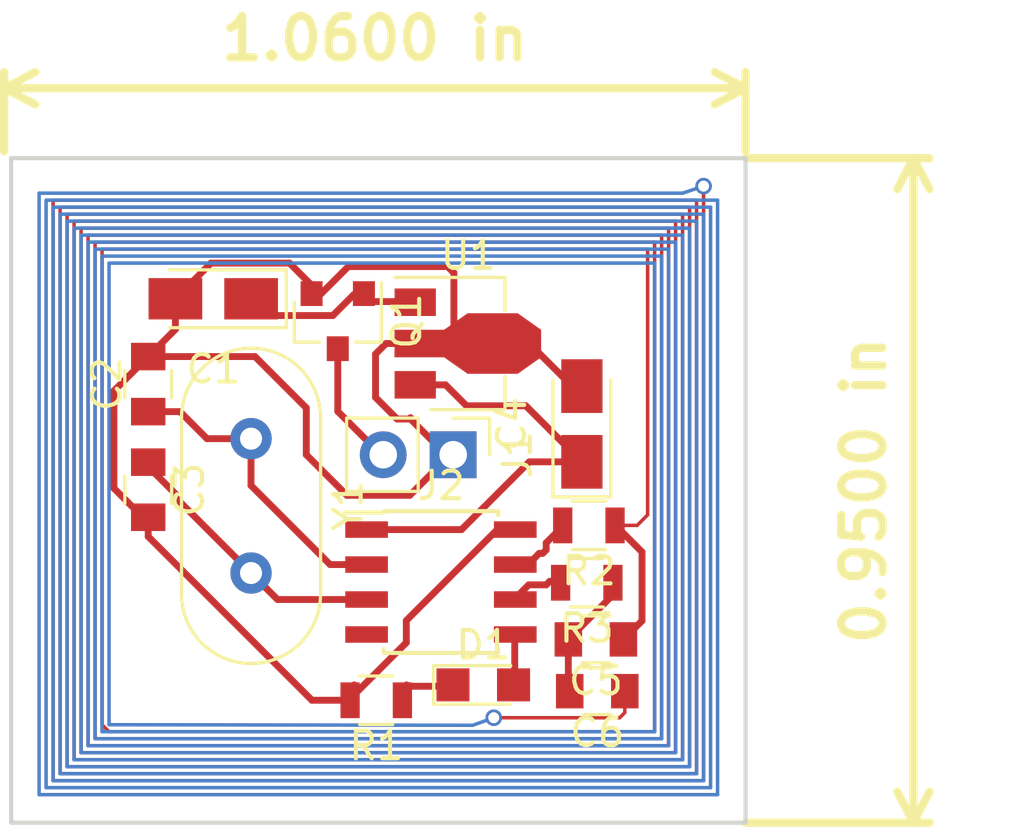
<source format=kicad_pcb>
(kicad_pcb (version 4) (host pcbnew 4.0.7)

  (general
    (links 28)
    (no_connects 3)
    (area 95.174999 95.936999 121.995001 120.217001)
    (thickness 1.6)
    (drawings 6)
    (tracks 219)
    (zones 0)
    (modules 15)
    (nets 13)
  )

  (page A4)
  (layers
    (0 F.Cu signal)
    (31 B.Cu signal)
    (32 B.Adhes user)
    (33 F.Adhes user)
    (34 B.Paste user)
    (35 F.Paste user)
    (36 B.SilkS user)
    (37 F.SilkS user)
    (38 B.Mask user)
    (39 F.Mask user)
    (40 Dwgs.User user)
    (41 Cmts.User user)
    (42 Eco1.User user)
    (43 Eco2.User user)
    (44 Edge.Cuts user)
    (45 Margin user)
    (46 B.CrtYd user)
    (47 F.CrtYd user)
    (48 B.Fab user)
    (49 F.Fab user)
  )

  (setup
    (last_trace_width 0.25)
    (trace_clearance 0.2)
    (zone_clearance 0.508)
    (zone_45_only no)
    (trace_min 0.127)
    (segment_width 0.2)
    (edge_width 0.15)
    (via_size 0.6)
    (via_drill 0.4)
    (via_min_size 0.4)
    (via_min_drill 0.3)
    (uvia_size 0.3)
    (uvia_drill 0.1)
    (uvias_allowed no)
    (uvia_min_size 0.2)
    (uvia_min_drill 0.1)
    (pcb_text_width 0.3)
    (pcb_text_size 1.5 1.5)
    (mod_edge_width 0.15)
    (mod_text_size 1 1)
    (mod_text_width 0.15)
    (pad_size 1.524 1.524)
    (pad_drill 0.762)
    (pad_to_mask_clearance 0.2)
    (aux_axis_origin 0 0)
    (visible_elements FFFFFFDF)
    (pcbplotparams
      (layerselection 0x00030_80000001)
      (usegerberextensions false)
      (excludeedgelayer true)
      (linewidth 0.100000)
      (plotframeref false)
      (viasonmask false)
      (mode 1)
      (useauxorigin false)
      (hpglpennumber 1)
      (hpglpenspeed 20)
      (hpglpendiameter 15)
      (hpglpenoverlay 2)
      (psnegative false)
      (psa4output false)
      (plotreference true)
      (plotvalue true)
      (plotinvisibletext false)
      (padsonsilk false)
      (subtractmaskfromsilk false)
      (outputformat 1)
      (mirror false)
      (drillshape 1)
      (scaleselection 1)
      (outputdirectory ""))
  )

  (net 0 "")
  (net 1 "Net-(C1-Pad1)")
  (net 2 GND)
  (net 3 "Net-(C2-Pad1)")
  (net 4 "Net-(C3-Pad1)")
  (net 5 "Net-(C4-Pad1)")
  (net 6 "Net-(C5-Pad1)")
  (net 7 "Net-(C5-Pad2)")
  (net 8 "Net-(D1-Pad2)")
  (net 9 "Net-(D1-Pad1)")
  (net 10 "Net-(J1-Pad2)")
  (net 11 "Net-(J2-Pad6)")
  (net 12 "Net-(J2-Pad7)")

  (net_class Default "This is the default net class."
    (clearance 0.2)
    (trace_width 0.25)
    (via_dia 0.6)
    (via_drill 0.4)
    (uvia_dia 0.3)
    (uvia_drill 0.1)
    (add_net GND)
    (add_net "Net-(C1-Pad1)")
    (add_net "Net-(C2-Pad1)")
    (add_net "Net-(C3-Pad1)")
    (add_net "Net-(C4-Pad1)")
    (add_net "Net-(C5-Pad2)")
    (add_net "Net-(D1-Pad1)")
    (add_net "Net-(D1-Pad2)")
    (add_net "Net-(J1-Pad2)")
    (add_net "Net-(J2-Pad6)")
    (add_net "Net-(J2-Pad7)")
  )

  (net_class "antenna loop" ""
    (clearance 0.127)
    (trace_width 0.127)
    (via_dia 0.6)
    (via_drill 0.4)
    (uvia_dia 0.3)
    (uvia_drill 0.1)
    (add_net "Net-(C5-Pad1)")
  )

  (module Capacitors_Tantalum_SMD:CP_Tantalum_Case-A_EIA-3216-18_Reflow (layer F.Cu) (tedit 58CC8C08) (tstamp 5B0B776B)
    (at 102.5906 101.1174 180)
    (descr "Tantalum capacitor, Case A, EIA 3216-18, 3.2x1.6x1.6mm, Reflow soldering footprint")
    (tags "capacitor tantalum smd")
    (path /5B080116)
    (attr smd)
    (fp_text reference C1 (at 0 -2.55 180) (layer F.SilkS)
      (effects (font (size 1 1) (thickness 0.15)))
    )
    (fp_text value CP (at 0 2.55 180) (layer F.Fab)
      (effects (font (size 1 1) (thickness 0.15)))
    )
    (fp_text user %R (at 0 0 180) (layer F.Fab)
      (effects (font (size 0.7 0.7) (thickness 0.105)))
    )
    (fp_line (start -2.75 -1.2) (end -2.75 1.2) (layer F.CrtYd) (width 0.05))
    (fp_line (start -2.75 1.2) (end 2.75 1.2) (layer F.CrtYd) (width 0.05))
    (fp_line (start 2.75 1.2) (end 2.75 -1.2) (layer F.CrtYd) (width 0.05))
    (fp_line (start 2.75 -1.2) (end -2.75 -1.2) (layer F.CrtYd) (width 0.05))
    (fp_line (start -1.6 -0.8) (end -1.6 0.8) (layer F.Fab) (width 0.1))
    (fp_line (start -1.6 0.8) (end 1.6 0.8) (layer F.Fab) (width 0.1))
    (fp_line (start 1.6 0.8) (end 1.6 -0.8) (layer F.Fab) (width 0.1))
    (fp_line (start 1.6 -0.8) (end -1.6 -0.8) (layer F.Fab) (width 0.1))
    (fp_line (start -1.28 -0.8) (end -1.28 0.8) (layer F.Fab) (width 0.1))
    (fp_line (start -1.12 -0.8) (end -1.12 0.8) (layer F.Fab) (width 0.1))
    (fp_line (start -2.65 -1.05) (end 1.6 -1.05) (layer F.SilkS) (width 0.12))
    (fp_line (start -2.65 1.05) (end 1.6 1.05) (layer F.SilkS) (width 0.12))
    (fp_line (start -2.65 -1.05) (end -2.65 1.05) (layer F.SilkS) (width 0.12))
    (pad 1 smd rect (at -1.375 0 180) (size 1.95 1.5) (layers F.Cu F.Paste F.Mask)
      (net 1 "Net-(C1-Pad1)"))
    (pad 2 smd rect (at 1.375 0 180) (size 1.95 1.5) (layers F.Cu F.Paste F.Mask)
      (net 2 GND))
    (model Capacitors_Tantalum_SMD.3dshapes/CP_Tantalum_Case-A_EIA-3216-18.wrl
      (at (xyz 0 0 0))
      (scale (xyz 1 1 1))
      (rotate (xyz 0 0 0))
    )
  )

  (module Capacitors_SMD:C_0805 (layer F.Cu) (tedit 58AA8463) (tstamp 5B0B777C)
    (at 100.2284 104.2162 90)
    (descr "Capacitor SMD 0805, reflow soldering, AVX (see smccp.pdf)")
    (tags "capacitor 0805")
    (path /5B082134)
    (attr smd)
    (fp_text reference C2 (at 0 -1.5 90) (layer F.SilkS)
      (effects (font (size 1 1) (thickness 0.15)))
    )
    (fp_text value C (at 0 1.75 90) (layer F.Fab)
      (effects (font (size 1 1) (thickness 0.15)))
    )
    (fp_text user %R (at 0 -1.5 90) (layer F.Fab)
      (effects (font (size 1 1) (thickness 0.15)))
    )
    (fp_line (start -1 0.62) (end -1 -0.62) (layer F.Fab) (width 0.1))
    (fp_line (start 1 0.62) (end -1 0.62) (layer F.Fab) (width 0.1))
    (fp_line (start 1 -0.62) (end 1 0.62) (layer F.Fab) (width 0.1))
    (fp_line (start -1 -0.62) (end 1 -0.62) (layer F.Fab) (width 0.1))
    (fp_line (start 0.5 -0.85) (end -0.5 -0.85) (layer F.SilkS) (width 0.12))
    (fp_line (start -0.5 0.85) (end 0.5 0.85) (layer F.SilkS) (width 0.12))
    (fp_line (start -1.75 -0.88) (end 1.75 -0.88) (layer F.CrtYd) (width 0.05))
    (fp_line (start -1.75 -0.88) (end -1.75 0.87) (layer F.CrtYd) (width 0.05))
    (fp_line (start 1.75 0.87) (end 1.75 -0.88) (layer F.CrtYd) (width 0.05))
    (fp_line (start 1.75 0.87) (end -1.75 0.87) (layer F.CrtYd) (width 0.05))
    (pad 1 smd rect (at -1 0 90) (size 1 1.25) (layers F.Cu F.Paste F.Mask)
      (net 3 "Net-(C2-Pad1)"))
    (pad 2 smd rect (at 1 0 90) (size 1 1.25) (layers F.Cu F.Paste F.Mask)
      (net 2 GND))
    (model Capacitors_SMD.3dshapes/C_0805.wrl
      (at (xyz 0 0 0))
      (scale (xyz 1 1 1))
      (rotate (xyz 0 0 0))
    )
  )

  (module Capacitors_SMD:C_0805 (layer F.Cu) (tedit 58AA8463) (tstamp 5B0B778D)
    (at 100.2284 108.0516 270)
    (descr "Capacitor SMD 0805, reflow soldering, AVX (see smccp.pdf)")
    (tags "capacitor 0805")
    (path /5B080A91)
    (attr smd)
    (fp_text reference C3 (at 0 -1.5 270) (layer F.SilkS)
      (effects (font (size 1 1) (thickness 0.15)))
    )
    (fp_text value C (at 0 1.75 270) (layer F.Fab)
      (effects (font (size 1 1) (thickness 0.15)))
    )
    (fp_text user %R (at 0 -1.5 270) (layer F.Fab)
      (effects (font (size 1 1) (thickness 0.15)))
    )
    (fp_line (start -1 0.62) (end -1 -0.62) (layer F.Fab) (width 0.1))
    (fp_line (start 1 0.62) (end -1 0.62) (layer F.Fab) (width 0.1))
    (fp_line (start 1 -0.62) (end 1 0.62) (layer F.Fab) (width 0.1))
    (fp_line (start -1 -0.62) (end 1 -0.62) (layer F.Fab) (width 0.1))
    (fp_line (start 0.5 -0.85) (end -0.5 -0.85) (layer F.SilkS) (width 0.12))
    (fp_line (start -0.5 0.85) (end 0.5 0.85) (layer F.SilkS) (width 0.12))
    (fp_line (start -1.75 -0.88) (end 1.75 -0.88) (layer F.CrtYd) (width 0.05))
    (fp_line (start -1.75 -0.88) (end -1.75 0.87) (layer F.CrtYd) (width 0.05))
    (fp_line (start 1.75 0.87) (end 1.75 -0.88) (layer F.CrtYd) (width 0.05))
    (fp_line (start 1.75 0.87) (end -1.75 0.87) (layer F.CrtYd) (width 0.05))
    (pad 1 smd rect (at -1 0 270) (size 1 1.25) (layers F.Cu F.Paste F.Mask)
      (net 4 "Net-(C3-Pad1)"))
    (pad 2 smd rect (at 1 0 270) (size 1 1.25) (layers F.Cu F.Paste F.Mask)
      (net 2 GND))
    (model Capacitors_SMD.3dshapes/C_0805.wrl
      (at (xyz 0 0 0))
      (scale (xyz 1 1 1))
      (rotate (xyz 0 0 0))
    )
  )

  (module Capacitors_Tantalum_SMD:CP_Tantalum_Case-A_EIA-3216-18_Reflow (layer F.Cu) (tedit 58CC8C08) (tstamp 5B0B77A1)
    (at 115.9764 105.664 90)
    (descr "Tantalum capacitor, Case A, EIA 3216-18, 3.2x1.6x1.6mm, Reflow soldering footprint")
    (tags "capacitor tantalum smd")
    (path /5B08005F)
    (attr smd)
    (fp_text reference C4 (at 0 -2.55 90) (layer F.SilkS)
      (effects (font (size 1 1) (thickness 0.15)))
    )
    (fp_text value CP (at 0 2.55 90) (layer F.Fab)
      (effects (font (size 1 1) (thickness 0.15)))
    )
    (fp_text user %R (at 0 0 90) (layer F.Fab)
      (effects (font (size 0.7 0.7) (thickness 0.105)))
    )
    (fp_line (start -2.75 -1.2) (end -2.75 1.2) (layer F.CrtYd) (width 0.05))
    (fp_line (start -2.75 1.2) (end 2.75 1.2) (layer F.CrtYd) (width 0.05))
    (fp_line (start 2.75 1.2) (end 2.75 -1.2) (layer F.CrtYd) (width 0.05))
    (fp_line (start 2.75 -1.2) (end -2.75 -1.2) (layer F.CrtYd) (width 0.05))
    (fp_line (start -1.6 -0.8) (end -1.6 0.8) (layer F.Fab) (width 0.1))
    (fp_line (start -1.6 0.8) (end 1.6 0.8) (layer F.Fab) (width 0.1))
    (fp_line (start 1.6 0.8) (end 1.6 -0.8) (layer F.Fab) (width 0.1))
    (fp_line (start 1.6 -0.8) (end -1.6 -0.8) (layer F.Fab) (width 0.1))
    (fp_line (start -1.28 -0.8) (end -1.28 0.8) (layer F.Fab) (width 0.1))
    (fp_line (start -1.12 -0.8) (end -1.12 0.8) (layer F.Fab) (width 0.1))
    (fp_line (start -2.65 -1.05) (end 1.6 -1.05) (layer F.SilkS) (width 0.12))
    (fp_line (start -2.65 1.05) (end 1.6 1.05) (layer F.SilkS) (width 0.12))
    (fp_line (start -2.65 -1.05) (end -2.65 1.05) (layer F.SilkS) (width 0.12))
    (pad 1 smd rect (at -1.375 0 90) (size 1.95 1.5) (layers F.Cu F.Paste F.Mask)
      (net 5 "Net-(C4-Pad1)"))
    (pad 2 smd rect (at 1.375 0 90) (size 1.95 1.5) (layers F.Cu F.Paste F.Mask)
      (net 2 GND))
    (model Capacitors_Tantalum_SMD.3dshapes/CP_Tantalum_Case-A_EIA-3216-18.wrl
      (at (xyz 0 0 0))
      (scale (xyz 1 1 1))
      (rotate (xyz 0 0 0))
    )
  )

  (module Capacitors_SMD:C_0805 (layer F.Cu) (tedit 58AA8463) (tstamp 5B0B77B2)
    (at 116.4844 113.4872 180)
    (descr "Capacitor SMD 0805, reflow soldering, AVX (see smccp.pdf)")
    (tags "capacitor 0805")
    (path /5B0827CA)
    (attr smd)
    (fp_text reference C5 (at 0 -1.5 180) (layer F.SilkS)
      (effects (font (size 1 1) (thickness 0.15)))
    )
    (fp_text value C (at 0 1.75 180) (layer F.Fab)
      (effects (font (size 1 1) (thickness 0.15)))
    )
    (fp_text user %R (at 0 -1.5 180) (layer F.Fab)
      (effects (font (size 1 1) (thickness 0.15)))
    )
    (fp_line (start -1 0.62) (end -1 -0.62) (layer F.Fab) (width 0.1))
    (fp_line (start 1 0.62) (end -1 0.62) (layer F.Fab) (width 0.1))
    (fp_line (start 1 -0.62) (end 1 0.62) (layer F.Fab) (width 0.1))
    (fp_line (start -1 -0.62) (end 1 -0.62) (layer F.Fab) (width 0.1))
    (fp_line (start 0.5 -0.85) (end -0.5 -0.85) (layer F.SilkS) (width 0.12))
    (fp_line (start -0.5 0.85) (end 0.5 0.85) (layer F.SilkS) (width 0.12))
    (fp_line (start -1.75 -0.88) (end 1.75 -0.88) (layer F.CrtYd) (width 0.05))
    (fp_line (start -1.75 -0.88) (end -1.75 0.87) (layer F.CrtYd) (width 0.05))
    (fp_line (start 1.75 0.87) (end 1.75 -0.88) (layer F.CrtYd) (width 0.05))
    (fp_line (start 1.75 0.87) (end -1.75 0.87) (layer F.CrtYd) (width 0.05))
    (pad 1 smd rect (at -1 0 180) (size 1 1.25) (layers F.Cu F.Paste F.Mask)
      (net 6 "Net-(C5-Pad1)"))
    (pad 2 smd rect (at 1 0 180) (size 1 1.25) (layers F.Cu F.Paste F.Mask)
      (net 7 "Net-(C5-Pad2)"))
    (model Capacitors_SMD.3dshapes/C_0805.wrl
      (at (xyz 0 0 0))
      (scale (xyz 1 1 1))
      (rotate (xyz 0 0 0))
    )
  )

  (module Capacitors_SMD:C_0805 (layer F.Cu) (tedit 58AA8463) (tstamp 5B0B77C3)
    (at 116.5352 115.3668 180)
    (descr "Capacitor SMD 0805, reflow soldering, AVX (see smccp.pdf)")
    (tags "capacitor 0805")
    (path /5B082851)
    (attr smd)
    (fp_text reference C6 (at 0 -1.5 180) (layer F.SilkS)
      (effects (font (size 1 1) (thickness 0.15)))
    )
    (fp_text value C (at 0 1.75 180) (layer F.Fab)
      (effects (font (size 1 1) (thickness 0.15)))
    )
    (fp_text user %R (at 0 -1.5 180) (layer F.Fab)
      (effects (font (size 1 1) (thickness 0.15)))
    )
    (fp_line (start -1 0.62) (end -1 -0.62) (layer F.Fab) (width 0.1))
    (fp_line (start 1 0.62) (end -1 0.62) (layer F.Fab) (width 0.1))
    (fp_line (start 1 -0.62) (end 1 0.62) (layer F.Fab) (width 0.1))
    (fp_line (start -1 -0.62) (end 1 -0.62) (layer F.Fab) (width 0.1))
    (fp_line (start 0.5 -0.85) (end -0.5 -0.85) (layer F.SilkS) (width 0.12))
    (fp_line (start -0.5 0.85) (end 0.5 0.85) (layer F.SilkS) (width 0.12))
    (fp_line (start -1.75 -0.88) (end 1.75 -0.88) (layer F.CrtYd) (width 0.05))
    (fp_line (start -1.75 -0.88) (end -1.75 0.87) (layer F.CrtYd) (width 0.05))
    (fp_line (start 1.75 0.87) (end 1.75 -0.88) (layer F.CrtYd) (width 0.05))
    (fp_line (start 1.75 0.87) (end -1.75 0.87) (layer F.CrtYd) (width 0.05))
    (pad 1 smd rect (at -1 0 180) (size 1 1.25) (layers F.Cu F.Paste F.Mask)
      (net 6 "Net-(C5-Pad1)"))
    (pad 2 smd rect (at 1 0 180) (size 1 1.25) (layers F.Cu F.Paste F.Mask)
      (net 7 "Net-(C5-Pad2)"))
    (model Capacitors_SMD.3dshapes/C_0805.wrl
      (at (xyz 0 0 0))
      (scale (xyz 1 1 1))
      (rotate (xyz 0 0 0))
    )
  )

  (module LEDs:LED_0805 (layer F.Cu) (tedit 59959803) (tstamp 5B0B77D9)
    (at 112.395 115.1382)
    (descr "LED 0805 smd package")
    (tags "LED led 0805 SMD smd SMT smt smdled SMDLED smtled SMTLED")
    (path /5B082330)
    (attr smd)
    (fp_text reference D1 (at 0 -1.45) (layer F.SilkS)
      (effects (font (size 1 1) (thickness 0.15)))
    )
    (fp_text value LED (at 0 1.55) (layer F.Fab)
      (effects (font (size 1 1) (thickness 0.15)))
    )
    (fp_line (start -1.8 -0.7) (end -1.8 0.7) (layer F.SilkS) (width 0.12))
    (fp_line (start -0.4 -0.4) (end -0.4 0.4) (layer F.Fab) (width 0.1))
    (fp_line (start -0.4 0) (end 0.2 -0.4) (layer F.Fab) (width 0.1))
    (fp_line (start 0.2 0.4) (end -0.4 0) (layer F.Fab) (width 0.1))
    (fp_line (start 0.2 -0.4) (end 0.2 0.4) (layer F.Fab) (width 0.1))
    (fp_line (start 1 0.6) (end -1 0.6) (layer F.Fab) (width 0.1))
    (fp_line (start 1 -0.6) (end 1 0.6) (layer F.Fab) (width 0.1))
    (fp_line (start -1 -0.6) (end 1 -0.6) (layer F.Fab) (width 0.1))
    (fp_line (start -1 0.6) (end -1 -0.6) (layer F.Fab) (width 0.1))
    (fp_line (start -1.8 0.7) (end 1 0.7) (layer F.SilkS) (width 0.12))
    (fp_line (start -1.8 -0.7) (end 1 -0.7) (layer F.SilkS) (width 0.12))
    (fp_line (start 1.95 -0.85) (end 1.95 0.85) (layer F.CrtYd) (width 0.05))
    (fp_line (start 1.95 0.85) (end -1.95 0.85) (layer F.CrtYd) (width 0.05))
    (fp_line (start -1.95 0.85) (end -1.95 -0.85) (layer F.CrtYd) (width 0.05))
    (fp_line (start -1.95 -0.85) (end 1.95 -0.85) (layer F.CrtYd) (width 0.05))
    (fp_text user %R (at 0 -1.25) (layer F.Fab)
      (effects (font (size 0.4 0.4) (thickness 0.1)))
    )
    (pad 2 smd rect (at 1.1 0 180) (size 1.2 1.2) (layers F.Cu F.Paste F.Mask)
      (net 8 "Net-(D1-Pad2)"))
    (pad 1 smd rect (at -1.1 0 180) (size 1.2 1.2) (layers F.Cu F.Paste F.Mask)
      (net 9 "Net-(D1-Pad1)"))
    (model ${KISYS3DMOD}/LEDs.3dshapes/LED_0805.wrl
      (at (xyz 0 0 0))
      (scale (xyz 1 1 1))
      (rotate (xyz 0 0 180))
    )
  )

  (module Pin_Headers:Pin_Header_Straight_1x02_Pitch2.54mm (layer F.Cu) (tedit 59650532) (tstamp 5B0B77EF)
    (at 111.3028 106.7816 270)
    (descr "Through hole straight pin header, 1x02, 2.54mm pitch, single row")
    (tags "Through hole pin header THT 1x02 2.54mm single row")
    (path /5B0803A7)
    (fp_text reference J1 (at 0 -2.33 270) (layer F.SilkS)
      (effects (font (size 1 1) (thickness 0.15)))
    )
    (fp_text value Conn_01x02 (at 0 4.87 270) (layer F.Fab)
      (effects (font (size 1 1) (thickness 0.15)))
    )
    (fp_line (start -0.635 -1.27) (end 1.27 -1.27) (layer F.Fab) (width 0.1))
    (fp_line (start 1.27 -1.27) (end 1.27 3.81) (layer F.Fab) (width 0.1))
    (fp_line (start 1.27 3.81) (end -1.27 3.81) (layer F.Fab) (width 0.1))
    (fp_line (start -1.27 3.81) (end -1.27 -0.635) (layer F.Fab) (width 0.1))
    (fp_line (start -1.27 -0.635) (end -0.635 -1.27) (layer F.Fab) (width 0.1))
    (fp_line (start -1.33 3.87) (end 1.33 3.87) (layer F.SilkS) (width 0.12))
    (fp_line (start -1.33 1.27) (end -1.33 3.87) (layer F.SilkS) (width 0.12))
    (fp_line (start 1.33 1.27) (end 1.33 3.87) (layer F.SilkS) (width 0.12))
    (fp_line (start -1.33 1.27) (end 1.33 1.27) (layer F.SilkS) (width 0.12))
    (fp_line (start -1.33 0) (end -1.33 -1.33) (layer F.SilkS) (width 0.12))
    (fp_line (start -1.33 -1.33) (end 0 -1.33) (layer F.SilkS) (width 0.12))
    (fp_line (start -1.8 -1.8) (end -1.8 4.35) (layer F.CrtYd) (width 0.05))
    (fp_line (start -1.8 4.35) (end 1.8 4.35) (layer F.CrtYd) (width 0.05))
    (fp_line (start 1.8 4.35) (end 1.8 -1.8) (layer F.CrtYd) (width 0.05))
    (fp_line (start 1.8 -1.8) (end -1.8 -1.8) (layer F.CrtYd) (width 0.05))
    (fp_text user %R (at 0 1.27 360) (layer F.Fab)
      (effects (font (size 1 1) (thickness 0.15)))
    )
    (pad 1 thru_hole rect (at 0 0 270) (size 1.7 1.7) (drill 1) (layers *.Cu *.Mask)
      (net 2 GND))
    (pad 2 thru_hole oval (at 0 2.54 270) (size 1.7 1.7) (drill 1) (layers *.Cu *.Mask)
      (net 10 "Net-(J1-Pad2)"))
    (model ${KISYS3DMOD}/Pin_Headers.3dshapes/Pin_Header_Straight_1x02_Pitch2.54mm.wrl
      (at (xyz 0 0 0))
      (scale (xyz 1 1 1))
      (rotate (xyz 0 0 0))
    )
  )

  (module Housings_SOIC:SOIC-8_3.9x4.9mm_Pitch1.27mm (layer F.Cu) (tedit 5B080D97) (tstamp 5B0B780C)
    (at 110.8583 111.4044)
    (descr "8-Lead Plastic Small Outline (SN) - Narrow, 3.90 mm Body [SOIC] (see Microchip Packaging Specification 00000049BS.pdf)")
    (tags "SOIC 1.27")
    (path /5B08066E)
    (attr smd)
    (fp_text reference J2 (at 0 -3.5) (layer F.SilkS)
      (effects (font (size 1 1) (thickness 0.15)))
    )
    (fp_text value Conn_02x04_Counter_Clockwise (at 0 3.5) (layer F.Fab)
      (effects (font (size 1 1) (thickness 0.15)))
    )
    (fp_text user %R (at 0 0) (layer F.Fab)
      (effects (font (size 1 1) (thickness 0.15)))
    )
    (fp_line (start -0.95 -2.45) (end 1.95 -2.45) (layer F.Fab) (width 0.1))
    (fp_line (start 1.95 -2.45) (end 1.95 2.45) (layer F.Fab) (width 0.1))
    (fp_line (start 1.95 2.45) (end -1.95 2.45) (layer F.Fab) (width 0.1))
    (fp_line (start -1.95 2.45) (end -1.95 -1.45) (layer F.Fab) (width 0.1))
    (fp_line (start -1.95 -1.45) (end -0.95 -2.45) (layer F.Fab) (width 0.1))
    (fp_line (start -3.73 -2.7) (end -3.73 2.7) (layer F.CrtYd) (width 0.05))
    (fp_line (start 3.73 -2.7) (end 3.73 2.7) (layer F.CrtYd) (width 0.05))
    (fp_line (start -3.73 -2.7) (end 3.73 -2.7) (layer F.CrtYd) (width 0.05))
    (fp_line (start -3.73 2.7) (end 3.73 2.7) (layer F.CrtYd) (width 0.05))
    (fp_line (start -2.075 -2.575) (end -2.075 -2.525) (layer F.SilkS) (width 0.15))
    (fp_line (start 2.075 -2.575) (end 2.075 -2.43) (layer F.SilkS) (width 0.15))
    (fp_line (start 2.075 2.575) (end 2.075 2.43) (layer F.SilkS) (width 0.15))
    (fp_line (start -2.075 2.575) (end -2.075 2.43) (layer F.SilkS) (width 0.15))
    (fp_line (start -2.075 -2.575) (end 2.075 -2.575) (layer F.SilkS) (width 0.15))
    (fp_line (start -2.075 2.575) (end 2.075 2.575) (layer F.SilkS) (width 0.15))
    (fp_line (start -2.075 -2.525) (end -3.475 -2.525) (layer F.SilkS) (width 0.15))
    (pad 1 smd rect (at -2.7 -1.905) (size 1.55 0.6) (layers F.Cu F.Paste F.Mask)
      (net 5 "Net-(C4-Pad1)"))
    (pad 2 smd rect (at -2.7 -0.635) (size 1.55 0.6) (layers F.Cu F.Paste F.Mask)
      (net 3 "Net-(C2-Pad1)"))
    (pad 3 smd rect (at -2.7 0.635) (size 1.55 0.6) (layers F.Cu F.Paste F.Mask)
      (net 4 "Net-(C3-Pad1)"))
    (pad 4 smd rect (at -2.7 1.905) (size 1.55 0.6) (layers F.Cu F.Paste F.Mask))
    (pad 5 smd rect (at 2.7 1.905) (size 1.55 0.6) (layers F.Cu F.Paste F.Mask)
      (net 8 "Net-(D1-Pad2)"))
    (pad 6 smd rect (at 2.7 0.635) (size 1.55 0.6) (layers F.Cu F.Paste F.Mask)
      (net 11 "Net-(J2-Pad6)"))
    (pad 7 smd rect (at 2.7 -0.635) (size 1.55 0.6) (layers F.Cu F.Paste F.Mask)
      (net 12 "Net-(J2-Pad7)"))
    (pad 8 smd rect (at 2.7 -1.905) (size 1.55 0.6) (layers F.Cu F.Paste F.Mask)
      (net 2 GND))
    (model ${KISYS3DMOD}/Housings_SOIC.3dshapes/SOIC-8_3.9x4.9mm_Pitch1.27mm.wrl
      (at (xyz 0 0 0))
      (scale (xyz 1 1 1))
      (rotate (xyz 0 0 0))
    )
  )

  (module TO_SOT_Packages_SMD:SOT-23 (layer F.Cu) (tedit 58CE4E7E) (tstamp 5B0B7821)
    (at 107.1118 101.9302 270)
    (descr "SOT-23, Standard")
    (tags SOT-23)
    (path /5B07FE51)
    (attr smd)
    (fp_text reference Q1 (at 0 -2.5 270) (layer F.SilkS)
      (effects (font (size 1 1) (thickness 0.15)))
    )
    (fp_text value Q_PMOS_SGD (at 0 2.5 270) (layer F.Fab)
      (effects (font (size 1 1) (thickness 0.15)))
    )
    (fp_text user %R (at 0 0 360) (layer F.Fab)
      (effects (font (size 0.5 0.5) (thickness 0.075)))
    )
    (fp_line (start -0.7 -0.95) (end -0.7 1.5) (layer F.Fab) (width 0.1))
    (fp_line (start -0.15 -1.52) (end 0.7 -1.52) (layer F.Fab) (width 0.1))
    (fp_line (start -0.7 -0.95) (end -0.15 -1.52) (layer F.Fab) (width 0.1))
    (fp_line (start 0.7 -1.52) (end 0.7 1.52) (layer F.Fab) (width 0.1))
    (fp_line (start -0.7 1.52) (end 0.7 1.52) (layer F.Fab) (width 0.1))
    (fp_line (start 0.76 1.58) (end 0.76 0.65) (layer F.SilkS) (width 0.12))
    (fp_line (start 0.76 -1.58) (end 0.76 -0.65) (layer F.SilkS) (width 0.12))
    (fp_line (start -1.7 -1.75) (end 1.7 -1.75) (layer F.CrtYd) (width 0.05))
    (fp_line (start 1.7 -1.75) (end 1.7 1.75) (layer F.CrtYd) (width 0.05))
    (fp_line (start 1.7 1.75) (end -1.7 1.75) (layer F.CrtYd) (width 0.05))
    (fp_line (start -1.7 1.75) (end -1.7 -1.75) (layer F.CrtYd) (width 0.05))
    (fp_line (start 0.76 -1.58) (end -1.4 -1.58) (layer F.SilkS) (width 0.12))
    (fp_line (start 0.76 1.58) (end -0.7 1.58) (layer F.SilkS) (width 0.12))
    (pad 1 smd rect (at -1 -0.95 270) (size 0.9 0.8) (layers F.Cu F.Paste F.Mask)
      (net 1 "Net-(C1-Pad1)"))
    (pad 2 smd rect (at -1 0.95 270) (size 0.9 0.8) (layers F.Cu F.Paste F.Mask)
      (net 2 GND))
    (pad 3 smd rect (at 1 0 270) (size 0.9 0.8) (layers F.Cu F.Paste F.Mask)
      (net 10 "Net-(J1-Pad2)"))
    (model ${KISYS3DMOD}/TO_SOT_Packages_SMD.3dshapes/SOT-23.wrl
      (at (xyz 0 0 0))
      (scale (xyz 1 1 1))
      (rotate (xyz 0 0 0))
    )
  )

  (module Resistors_SMD:R_0805 (layer F.Cu) (tedit 58E0A804) (tstamp 5B0B7832)
    (at 108.5088 115.697 180)
    (descr "Resistor SMD 0805, reflow soldering, Vishay (see dcrcw.pdf)")
    (tags "resistor 0805")
    (path /5B0823A5)
    (attr smd)
    (fp_text reference R1 (at 0 -1.65 180) (layer F.SilkS)
      (effects (font (size 1 1) (thickness 0.15)))
    )
    (fp_text value R (at 0 1.75 180) (layer F.Fab)
      (effects (font (size 1 1) (thickness 0.15)))
    )
    (fp_text user %R (at 0 0 180) (layer F.Fab)
      (effects (font (size 0.5 0.5) (thickness 0.075)))
    )
    (fp_line (start -1 0.62) (end -1 -0.62) (layer F.Fab) (width 0.1))
    (fp_line (start 1 0.62) (end -1 0.62) (layer F.Fab) (width 0.1))
    (fp_line (start 1 -0.62) (end 1 0.62) (layer F.Fab) (width 0.1))
    (fp_line (start -1 -0.62) (end 1 -0.62) (layer F.Fab) (width 0.1))
    (fp_line (start 0.6 0.88) (end -0.6 0.88) (layer F.SilkS) (width 0.12))
    (fp_line (start -0.6 -0.88) (end 0.6 -0.88) (layer F.SilkS) (width 0.12))
    (fp_line (start -1.55 -0.9) (end 1.55 -0.9) (layer F.CrtYd) (width 0.05))
    (fp_line (start -1.55 -0.9) (end -1.55 0.9) (layer F.CrtYd) (width 0.05))
    (fp_line (start 1.55 0.9) (end 1.55 -0.9) (layer F.CrtYd) (width 0.05))
    (fp_line (start 1.55 0.9) (end -1.55 0.9) (layer F.CrtYd) (width 0.05))
    (pad 1 smd rect (at -0.95 0 180) (size 0.7 1.3) (layers F.Cu F.Paste F.Mask)
      (net 9 "Net-(D1-Pad1)"))
    (pad 2 smd rect (at 0.95 0 180) (size 0.7 1.3) (layers F.Cu F.Paste F.Mask)
      (net 2 GND))
    (model ${KISYS3DMOD}/Resistors_SMD.3dshapes/R_0805.wrl
      (at (xyz 0 0 0))
      (scale (xyz 1 1 1))
      (rotate (xyz 0 0 0))
    )
  )

  (module Resistors_SMD:R_0805 (layer F.Cu) (tedit 58E0A804) (tstamp 5B0B7843)
    (at 116.2304 109.347 180)
    (descr "Resistor SMD 0805, reflow soldering, Vishay (see dcrcw.pdf)")
    (tags "resistor 0805")
    (path /5B0826A2)
    (attr smd)
    (fp_text reference R2 (at 0 -1.65 180) (layer F.SilkS)
      (effects (font (size 1 1) (thickness 0.15)))
    )
    (fp_text value R (at 0 1.75 180) (layer F.Fab)
      (effects (font (size 1 1) (thickness 0.15)))
    )
    (fp_text user %R (at 0 0 180) (layer F.Fab)
      (effects (font (size 0.5 0.5) (thickness 0.075)))
    )
    (fp_line (start -1 0.62) (end -1 -0.62) (layer F.Fab) (width 0.1))
    (fp_line (start 1 0.62) (end -1 0.62) (layer F.Fab) (width 0.1))
    (fp_line (start 1 -0.62) (end 1 0.62) (layer F.Fab) (width 0.1))
    (fp_line (start -1 -0.62) (end 1 -0.62) (layer F.Fab) (width 0.1))
    (fp_line (start 0.6 0.88) (end -0.6 0.88) (layer F.SilkS) (width 0.12))
    (fp_line (start -0.6 -0.88) (end 0.6 -0.88) (layer F.SilkS) (width 0.12))
    (fp_line (start -1.55 -0.9) (end 1.55 -0.9) (layer F.CrtYd) (width 0.05))
    (fp_line (start -1.55 -0.9) (end -1.55 0.9) (layer F.CrtYd) (width 0.05))
    (fp_line (start 1.55 0.9) (end 1.55 -0.9) (layer F.CrtYd) (width 0.05))
    (fp_line (start 1.55 0.9) (end -1.55 0.9) (layer F.CrtYd) (width 0.05))
    (pad 1 smd rect (at -0.95 0 180) (size 0.7 1.3) (layers F.Cu F.Paste F.Mask)
      (net 6 "Net-(C5-Pad1)"))
    (pad 2 smd rect (at 0.95 0 180) (size 0.7 1.3) (layers F.Cu F.Paste F.Mask)
      (net 12 "Net-(J2-Pad7)"))
    (model ${KISYS3DMOD}/Resistors_SMD.3dshapes/R_0805.wrl
      (at (xyz 0 0 0))
      (scale (xyz 1 1 1))
      (rotate (xyz 0 0 0))
    )
  )

  (module Resistors_SMD:R_0805 (layer F.Cu) (tedit 58E0A804) (tstamp 5B0B7854)
    (at 116.1542 111.4298 180)
    (descr "Resistor SMD 0805, reflow soldering, Vishay (see dcrcw.pdf)")
    (tags "resistor 0805")
    (path /5B082747)
    (attr smd)
    (fp_text reference R3 (at 0 -1.65 180) (layer F.SilkS)
      (effects (font (size 1 1) (thickness 0.15)))
    )
    (fp_text value R (at 0 1.75 180) (layer F.Fab)
      (effects (font (size 1 1) (thickness 0.15)))
    )
    (fp_text user %R (at 0 0 180) (layer F.Fab)
      (effects (font (size 0.5 0.5) (thickness 0.075)))
    )
    (fp_line (start -1 0.62) (end -1 -0.62) (layer F.Fab) (width 0.1))
    (fp_line (start 1 0.62) (end -1 0.62) (layer F.Fab) (width 0.1))
    (fp_line (start 1 -0.62) (end 1 0.62) (layer F.Fab) (width 0.1))
    (fp_line (start -1 -0.62) (end 1 -0.62) (layer F.Fab) (width 0.1))
    (fp_line (start 0.6 0.88) (end -0.6 0.88) (layer F.SilkS) (width 0.12))
    (fp_line (start -0.6 -0.88) (end 0.6 -0.88) (layer F.SilkS) (width 0.12))
    (fp_line (start -1.55 -0.9) (end 1.55 -0.9) (layer F.CrtYd) (width 0.05))
    (fp_line (start -1.55 -0.9) (end -1.55 0.9) (layer F.CrtYd) (width 0.05))
    (fp_line (start 1.55 0.9) (end 1.55 -0.9) (layer F.CrtYd) (width 0.05))
    (fp_line (start 1.55 0.9) (end -1.55 0.9) (layer F.CrtYd) (width 0.05))
    (pad 1 smd rect (at -0.95 0 180) (size 0.7 1.3) (layers F.Cu F.Paste F.Mask)
      (net 7 "Net-(C5-Pad2)"))
    (pad 2 smd rect (at 0.95 0 180) (size 0.7 1.3) (layers F.Cu F.Paste F.Mask)
      (net 11 "Net-(J2-Pad6)"))
    (model ${KISYS3DMOD}/Resistors_SMD.3dshapes/R_0805.wrl
      (at (xyz 0 0 0))
      (scale (xyz 1 1 1))
      (rotate (xyz 0 0 0))
    )
  )

  (module TO_SOT_Packages_SMD:SOT-89-3 (layer F.Cu) (tedit 591F0203) (tstamp 5B0B786C)
    (at 111.4044 102.743)
    (descr SOT-89-3)
    (tags SOT-89-3)
    (path /5B080265)
    (attr smd)
    (fp_text reference U1 (at 0.45 -3.2) (layer F.SilkS)
      (effects (font (size 1 1) (thickness 0.15)))
    )
    (fp_text value L7805 (at 0.45 3.25) (layer F.Fab)
      (effects (font (size 1 1) (thickness 0.15)))
    )
    (fp_text user %R (at 0.38 0 90) (layer F.Fab)
      (effects (font (size 0.6 0.6) (thickness 0.09)))
    )
    (fp_line (start 1.78 1.2) (end 1.78 2.4) (layer F.SilkS) (width 0.12))
    (fp_line (start 1.78 2.4) (end -0.92 2.4) (layer F.SilkS) (width 0.12))
    (fp_line (start -2.22 -2.4) (end 1.78 -2.4) (layer F.SilkS) (width 0.12))
    (fp_line (start 1.78 -2.4) (end 1.78 -1.2) (layer F.SilkS) (width 0.12))
    (fp_line (start -0.92 -1.51) (end -0.13 -2.3) (layer F.Fab) (width 0.1))
    (fp_line (start 1.68 -2.3) (end 1.68 2.3) (layer F.Fab) (width 0.1))
    (fp_line (start 1.68 2.3) (end -0.92 2.3) (layer F.Fab) (width 0.1))
    (fp_line (start -0.92 2.3) (end -0.92 -1.51) (layer F.Fab) (width 0.1))
    (fp_line (start -0.13 -2.3) (end 1.68 -2.3) (layer F.Fab) (width 0.1))
    (fp_line (start 3.23 -2.55) (end 3.23 2.55) (layer F.CrtYd) (width 0.05))
    (fp_line (start 3.23 -2.55) (end -2.48 -2.55) (layer F.CrtYd) (width 0.05))
    (fp_line (start -2.48 2.55) (end 3.23 2.55) (layer F.CrtYd) (width 0.05))
    (fp_line (start -2.48 2.55) (end -2.48 -2.55) (layer F.CrtYd) (width 0.05))
    (pad 2 smd trapezoid (at 2.667 0 270) (size 1.6 0.85) (rect_delta 0 0.6 ) (layers F.Cu F.Paste F.Mask)
      (net 2 GND))
    (pad 1 smd rect (at -1.48 -1.5 270) (size 1 1.5) (layers F.Cu F.Paste F.Mask)
      (net 1 "Net-(C1-Pad1)"))
    (pad 2 smd rect (at -1.3335 0 270) (size 1 1.8) (layers F.Cu F.Paste F.Mask)
      (net 2 GND))
    (pad 3 smd rect (at -1.48 1.5 270) (size 1 1.5) (layers F.Cu F.Paste F.Mask)
      (net 5 "Net-(C4-Pad1)"))
    (pad 2 smd rect (at 1.3335 0 270) (size 2.2 1.84) (layers F.Cu F.Paste F.Mask)
      (net 2 GND))
    (pad 2 smd trapezoid (at -0.0762 0 90) (size 1.5 1) (rect_delta 0 0.7 ) (layers F.Cu F.Paste F.Mask)
      (net 2 GND))
    (model ${KISYS3DMOD}/TO_SOT_Packages_SMD.3dshapes/SOT-89-3.wrl
      (at (xyz 0 0 0))
      (scale (xyz 1 1 1))
      (rotate (xyz 0 0 0))
    )
  )

  (module Crystals:Crystal_HC49-4H_Vertical (layer F.Cu) (tedit 58CD2E9C) (tstamp 5B11601D)
    (at 103.9622 106.1974 270)
    (descr "Crystal THT HC-49-4H http://5hertz.com/pdfs/04404_D.pdf")
    (tags "THT crystalHC-49-4H")
    (path /5B080A0A)
    (fp_text reference Y1 (at 2.44 -3.525 270) (layer F.SilkS)
      (effects (font (size 1 1) (thickness 0.15)))
    )
    (fp_text value Crystal (at 2.44 3.525 270) (layer F.Fab)
      (effects (font (size 1 1) (thickness 0.15)))
    )
    (fp_text user %R (at 2.44 0 270) (layer F.Fab)
      (effects (font (size 1 1) (thickness 0.15)))
    )
    (fp_line (start -0.76 -2.325) (end 5.64 -2.325) (layer F.Fab) (width 0.1))
    (fp_line (start -0.76 2.325) (end 5.64 2.325) (layer F.Fab) (width 0.1))
    (fp_line (start -0.56 -2) (end 5.44 -2) (layer F.Fab) (width 0.1))
    (fp_line (start -0.56 2) (end 5.44 2) (layer F.Fab) (width 0.1))
    (fp_line (start -0.76 -2.525) (end 5.64 -2.525) (layer F.SilkS) (width 0.12))
    (fp_line (start -0.76 2.525) (end 5.64 2.525) (layer F.SilkS) (width 0.12))
    (fp_line (start -3.6 -2.8) (end -3.6 2.8) (layer F.CrtYd) (width 0.05))
    (fp_line (start -3.6 2.8) (end 8.5 2.8) (layer F.CrtYd) (width 0.05))
    (fp_line (start 8.5 2.8) (end 8.5 -2.8) (layer F.CrtYd) (width 0.05))
    (fp_line (start 8.5 -2.8) (end -3.6 -2.8) (layer F.CrtYd) (width 0.05))
    (fp_arc (start -0.76 0) (end -0.76 -2.325) (angle -180) (layer F.Fab) (width 0.1))
    (fp_arc (start 5.64 0) (end 5.64 -2.325) (angle 180) (layer F.Fab) (width 0.1))
    (fp_arc (start -0.56 0) (end -0.56 -2) (angle -180) (layer F.Fab) (width 0.1))
    (fp_arc (start 5.44 0) (end 5.44 -2) (angle 180) (layer F.Fab) (width 0.1))
    (fp_arc (start -0.76 0) (end -0.76 -2.525) (angle -180) (layer F.SilkS) (width 0.12))
    (fp_arc (start 5.64 0) (end 5.64 -2.525) (angle 180) (layer F.SilkS) (width 0.12))
    (pad 1 thru_hole circle (at 0 0 270) (size 1.5 1.5) (drill 0.8) (layers *.Cu *.Mask)
      (net 3 "Net-(C2-Pad1)"))
    (pad 2 thru_hole circle (at 4.88 0 270) (size 1.5 1.5) (drill 0.8) (layers *.Cu *.Mask)
      (net 4 "Net-(C3-Pad1)"))
    (model ${KISYS3DMOD}/Crystals.3dshapes/Crystal_HC49-4H_Vertical.wrl
      (at (xyz 0 0 0))
      (scale (xyz 0.393701 0.393701 0.393701))
      (rotate (xyz 0 0 0))
    )
  )

  (dimension 24.13 (width 0.3) (layer F.SilkS)
    (gr_text "24.130 mm" (at 129.366 108.077 270) (layer F.SilkS)
      (effects (font (size 1.5 1.5) (thickness 0.3)))
    )
    (feature1 (pts (xy 121.92 120.142) (xy 130.716 120.142)))
    (feature2 (pts (xy 121.92 96.012) (xy 130.716 96.012)))
    (crossbar (pts (xy 128.016 96.012) (xy 128.016 120.142)))
    (arrow1a (pts (xy 128.016 120.142) (xy 127.429579 119.015496)))
    (arrow1b (pts (xy 128.016 120.142) (xy 128.602421 119.015496)))
    (arrow2a (pts (xy 128.016 96.012) (xy 127.429579 97.138504)))
    (arrow2b (pts (xy 128.016 96.012) (xy 128.602421 97.138504)))
  )
  (dimension 26.924 (width 0.3) (layer F.SilkS)
    (gr_text "26.924 mm" (at 108.966 91.694) (layer F.SilkS)
      (effects (font (size 1.5 1.5) (thickness 0.3)))
    )
    (feature1 (pts (xy 121.92 95.758) (xy 121.92 90.772)))
    (feature2 (pts (xy 94.996 95.758) (xy 94.996 90.772)))
    (crossbar (pts (xy 94.996 93.472) (xy 121.92 93.472)))
    (arrow1a (pts (xy 121.92 93.472) (xy 120.793496 94.058421)))
    (arrow1b (pts (xy 121.92 93.472) (xy 120.793496 92.885579)))
    (arrow2a (pts (xy 94.996 93.472) (xy 96.122504 94.058421)))
    (arrow2b (pts (xy 94.996 93.472) (xy 96.122504 92.885579)))
  )
  (gr_line (start 121.92 120.142) (end 121.92 96.012) (angle 90) (layer Edge.Cuts) (width 0.15))
  (gr_line (start 95.25 120.142) (end 121.92 120.142) (angle 90) (layer Edge.Cuts) (width 0.15))
  (gr_line (start 95.25 96.012) (end 95.25 120.142) (angle 90) (layer Edge.Cuts) (width 0.15))
  (gr_line (start 121.92 96.012) (end 95.25 96.012) (angle 90) (layer Edge.Cuts) (width 0.15))

  (segment (start 108.0618 100.9302) (end 108.077 100.965) (width 0.25) (layer F.Cu) (net 1) (status 80000))
  (segment (start 108.077 100.965) (end 107.696 100.965) (width 0.25) (layer F.Cu) (net 1) (status 80000))
  (segment (start 107.696 100.965) (end 106.934 101.727) (width 0.25) (layer F.Cu) (net 1) (status 80000))
  (segment (start 106.934 101.727) (end 104.648 101.727) (width 0.25) (layer F.Cu) (net 1) (status 80000))
  (segment (start 104.648 101.727) (end 104.013 101.092) (width 0.25) (layer F.Cu) (net 1) (status 80000))
  (segment (start 104.013 101.092) (end 103.9656 101.1174) (width 0.25) (layer F.Cu) (net 1) (tstamp 5B1174FD) (status 80000))
  (segment (start 109.9244 101.243) (end 109.982 101.219) (width 0.25) (layer F.Cu) (net 1) (status 80000))
  (segment (start 109.982 101.219) (end 108.331 101.219) (width 0.25) (layer F.Cu) (net 1) (status 80000))
  (segment (start 108.331 101.219) (end 108.077 100.965) (width 0.25) (layer F.Cu) (net 1) (status 80000))
  (segment (start 108.077 100.965) (end 108.0618 100.9302) (width 0.25) (layer F.Cu) (net 1) (tstamp 5B1174FC) (status 80000))
  (segment (start 110.1149 101.1287) (end 110.0836 101.1428) (width 0.25) (layer F.Cu) (net 1) (status 80000))
  (segment (start 110.0836 101.1428) (end 109.7026 101.5238) (width 0.25) (layer F.Cu) (net 1) (status 80000))
  (segment (start 111.3028 106.7816) (end 111.2012 106.7816) (width 0.25) (layer F.Cu) (net 2))
  (segment (start 111.2012 106.7816) (end 109.728 108.2548) (width 0.25) (layer F.Cu) (net 2) (tstamp 5B117792))
  (segment (start 104.1052 103.2162) (end 100.2284 103.2162) (width 0.25) (layer F.Cu) (net 2) (tstamp 5B11779A))
  (segment (start 105.9688 105.0798) (end 104.1052 103.2162) (width 0.25) (layer F.Cu) (net 2) (tstamp 5B117799))
  (segment (start 105.9688 106.7816) (end 105.9688 105.0798) (width 0.25) (layer F.Cu) (net 2) (tstamp 5B117797))
  (segment (start 107.442 108.2548) (end 105.9688 106.7816) (width 0.25) (layer F.Cu) (net 2) (tstamp 5B117795))
  (segment (start 109.728 108.2548) (end 107.442 108.2548) (width 0.25) (layer F.Cu) (net 2) (tstamp 5B117793))
  (segment (start 109.7534 105.4862) (end 109.2708 105.4862) (width 0.25) (layer F.Cu) (net 2))
  (segment (start 108.8644 102.743) (end 110.0709 102.743) (width 0.25) (layer F.Cu) (net 2) (tstamp 5B11778F))
  (segment (start 108.4834 103.124) (end 108.8644 102.743) (width 0.25) (layer F.Cu) (net 2) (tstamp 5B11778E))
  (segment (start 108.4834 104.6988) (end 108.4834 103.124) (width 0.25) (layer F.Cu) (net 2) (tstamp 5B11778D))
  (segment (start 109.2708 105.4862) (end 108.4834 104.6988) (width 0.25) (layer F.Cu) (net 2) (tstamp 5B11778C))
  (segment (start 111.3028 106.7816) (end 111.0488 106.7816) (width 0.25) (layer F.Cu) (net 2))
  (segment (start 111.0488 106.7816) (end 109.7534 105.4862) (width 0.25) (layer F.Cu) (net 2) (tstamp 5B117787))
  (segment (start 109.7534 105.4862) (end 109.7534 105.4354) (width 0.25) (layer F.Cu) (net 2) (tstamp 5B117788))
  (segment (start 107.5588 115.697) (end 106.172 115.697) (width 0.25) (layer F.Cu) (net 2))
  (segment (start 100.2284 109.7534) (end 100.2284 109.2454) (width 0.25) (layer F.Cu) (net 2) (tstamp 5B117772))
  (segment (start 106.172 115.697) (end 100.2284 109.7534) (width 0.25) (layer F.Cu) (net 2) (tstamp 5B117770))
  (segment (start 100.2284 109.2454) (end 98.9838 108.0008) (width 0.25) (layer F.Cu) (net 2) (tstamp 5B117773))
  (segment (start 98.9838 108.0008) (end 98.9838 104.4608) (width 0.25) (layer F.Cu) (net 2) (tstamp 5B117774))
  (segment (start 98.9838 104.4608) (end 101.2156 102.229) (width 0.25) (layer F.Cu) (net 2) (tstamp 5B117776))
  (segment (start 101.2156 102.229) (end 101.2156 101.1174) (width 0.25) (layer F.Cu) (net 2) (tstamp 5B117778))
  (segment (start 111.3028 106.7816) (end 111.252 106.807) (width 0.25) (layer F.Cu) (net 2) (status 80000))
  (segment (start 113.538 109.474) (end 113.5583 109.4994) (width 0.25) (layer F.Cu) (net 2) (tstamp 5B117693) (status 80000))
  (segment (start 111.3282 102.743) (end 111.379 102.743) (width 0.25) (layer F.Cu) (net 2) (status 80000))
  (segment (start 111.252 106.807) (end 111.3028 106.7816) (width 0.25) (layer F.Cu) (net 2) (tstamp 5B117692) (status 80000))
  (segment (start 111.3028 102.7684) (end 111.3282 102.743) (width 0.25) (layer F.Cu) (net 2) (tstamp 5B1175D4))
  (segment (start 115.9764 104.289) (end 115.6174 104.289) (width 0.25) (layer F.Cu) (net 2))
  (segment (start 115.6174 104.289) (end 114.0714 102.743) (width 0.25) (layer F.Cu) (net 2) (tstamp 5B1175D1))
  (segment (start 106.1618 100.9302) (end 106.5116 100.9302) (width 0.25) (layer F.Cu) (net 2))
  (segment (start 106.5116 100.9302) (end 107.4928 99.949) (width 0.25) (layer F.Cu) (net 2) (tstamp 5B1175CB))
  (segment (start 111.3282 100.1776) (end 111.3282 102.743) (width 0.25) (layer F.Cu) (net 2) (tstamp 5B1175CE))
  (segment (start 111.0996 99.949) (end 111.3282 100.1776) (width 0.25) (layer F.Cu) (net 2) (tstamp 5B1175CD))
  (segment (start 107.4928 99.949) (end 111.0996 99.949) (width 0.25) (layer F.Cu) (net 2) (tstamp 5B1175CC))
  (segment (start 106.1618 100.9302) (end 106.1618 100.6246) (width 0.25) (layer F.Cu) (net 2))
  (segment (start 106.1618 100.6246) (end 105.3592 99.822) (width 0.25) (layer F.Cu) (net 2) (tstamp 5B1175C5))
  (segment (start 102.511 99.822) (end 101.2156 101.1174) (width 0.25) (layer F.Cu) (net 2) (tstamp 5B1175C7))
  (segment (start 105.3592 99.822) (end 102.511 99.822) (width 0.25) (layer F.Cu) (net 2) (tstamp 5B1175C6))
  (segment (start 101.2156 101.0954) (end 101.2156 101.1174) (width 0.25) (layer F.Cu) (net 2) (tstamp 5B1175BE))
  (segment (start 106.1618 100.9302) (end 106.172 100.965) (width 0.25) (layer F.Cu) (net 2) (status 80000))
  (segment (start 101.219 101.092) (end 101.2156 101.1174) (width 0.25) (layer F.Cu) (net 2) (tstamp 5B1175B7) (status 80000))
  (segment (start 110.2614 102.6287) (end 110.2106 102.6668) (width 0.25) (layer F.Cu) (net 2) (status 80000))
  (segment (start 110.2106 102.6668) (end 109.7026 102.6668) (width 0.25) (layer F.Cu) (net 2) (status 80000))
  (segment (start 113.5583 109.4994) (end 112.903 109.4994) (width 0.25) (layer F.Cu) (net 2))
  (segment (start 112.903 109.4994) (end 109.601 112.8014) (width 0.25) (layer F.Cu) (net 2) (tstamp 5B116EA2))
  (segment (start 109.601 113.604) (end 107.635 115.57) (width 0.25) (layer F.Cu) (net 2) (tstamp 5B116EA5))
  (segment (start 109.601 112.8014) (end 109.601 113.604) (width 0.25) (layer F.Cu) (net 2) (tstamp 5B116EA3))
  (segment (start 112.9284 102.6287) (end 112.8776 102.6668) (width 0.25) (layer F.Cu) (net 2) (status 80000))
  (segment (start 112.8776 102.6668) (end 113.3856 103.1748) (width 0.25) (layer F.Cu) (net 2) (status 80000))
  (segment (start 113.538 109.474) (end 113.5583 109.4994) (width 0.25) (layer F.Cu) (net 2) (tstamp 5B116C5A) (status 80000))
  (segment (start 107.696 115.189) (end 107.7112 115.1382) (width 0.25) (layer F.Cu) (net 2) (tstamp 5B1168B8) (status 80000))
  (segment (start 116.1796 103.9368) (end 116.205 103.9656) (width 0.25) (layer F.Cu) (net 2) (tstamp 5B116E89) (status 80000))
  (segment (start 103.9622 106.1974) (end 102.362 106.1974) (width 0.25) (layer F.Cu) (net 3))
  (segment (start 101.3808 105.2162) (end 100.2284 105.2162) (width 0.25) (layer F.Cu) (net 3) (tstamp 5B11776D))
  (segment (start 102.362 106.1974) (end 101.3808 105.2162) (width 0.25) (layer F.Cu) (net 3) (tstamp 5B11776C))
  (segment (start 108.1583 110.7694) (end 106.8324 110.7694) (width 0.25) (layer F.Cu) (net 3))
  (segment (start 103.9622 107.8992) (end 103.9622 106.1974) (width 0.25) (layer F.Cu) (net 3) (tstamp 5B117768))
  (segment (start 106.8324 110.7694) (end 103.9622 107.8992) (width 0.25) (layer F.Cu) (net 3) (tstamp 5B117766))
  (segment (start 108.204 110.744) (end 108.1583 110.7694) (width 0.25) (layer F.Cu) (net 3) (tstamp 5B116515) (status 80000))
  (segment (start 108.1583 112.0394) (end 104.9242 112.0394) (width 0.25) (layer F.Cu) (net 4))
  (segment (start 104.9242 112.0394) (end 103.9622 111.0774) (width 0.25) (layer F.Cu) (net 4) (tstamp 5B117763))
  (segment (start 103.9622 111.0774) (end 104.013 111.125) (width 0.25) (layer F.Cu) (net 4) (status 80000))
  (segment (start 104.013 111.125) (end 101.219 108.331) (width 0.25) (layer F.Cu) (net 4) (status 80000))
  (segment (start 101.219 108.331) (end 101.219 108.204) (width 0.25) (layer F.Cu) (net 4) (status 80000))
  (segment (start 101.219 108.204) (end 100.203 107.188) (width 0.25) (layer F.Cu) (net 4) (status 80000))
  (segment (start 100.203 107.188) (end 100.203 107.061) (width 0.25) (layer F.Cu) (net 4) (status 80000))
  (segment (start 100.203 107.061) (end 100.2284 107.0516) (width 0.25) (layer F.Cu) (net 4) (tstamp 5B11775E) (status 80000))
  (segment (start 103.9622 111.0774) (end 104.013 111.125) (width 0.25) (layer B.Cu) (net 4) (status 80000))
  (segment (start 108.204 112.014) (end 108.1583 112.0394) (width 0.25) (layer F.Cu) (net 4) (tstamp 5B11775D) (status 80000))
  (segment (start 104.013 110.7186) (end 104.013 110.744) (width 0.25) (layer F.Cu) (net 4) (status 80000))
  (segment (start 104.013 110.7186) (end 104.013 110.744) (width 0.25) (layer F.Cu) (net 4) (status 80000))
  (segment (start 107.569 112.014) (end 108.204 112.014) (width 0.25) (layer F.Cu) (net 4) (status 80000))
  (segment (start 108.204 112.014) (end 108.1583 112.0394) (width 0.25) (layer F.Cu) (net 4) (tstamp 5B11668A) (status 80000))
  (segment (start 115.9764 107.039) (end 114.068 107.039) (width 0.25) (layer F.Cu) (net 5))
  (segment (start 111.6076 109.4994) (end 108.1583 109.4994) (width 0.25) (layer F.Cu) (net 5) (tstamp 5B11769E))
  (segment (start 114.068 107.039) (end 111.6076 109.4994) (width 0.25) (layer F.Cu) (net 5) (tstamp 5B11769C))
  (segment (start 109.9244 104.243) (end 111.0248 104.243) (width 0.25) (layer F.Cu) (net 5))
  (segment (start 113.941 105.0036) (end 115.9764 107.039) (width 0.25) (layer F.Cu) (net 5) (tstamp 5B117697))
  (segment (start 111.7854 105.0036) (end 113.941 105.0036) (width 0.25) (layer F.Cu) (net 5) (tstamp 5B117696))
  (segment (start 111.0248 104.243) (end 111.7854 105.0036) (width 0.25) (layer F.Cu) (net 5) (tstamp 5B117695))
  (segment (start 110.1149 104.1287) (end 110.0836 104.1908) (width 0.25) (layer F.Cu) (net 5) (status 80000))
  (segment (start 110.0836 104.1908) (end 110.2106 104.0638) (width 0.25) (layer F.Cu) (net 5) (status 80000))
  (segment (start 110.1149 104.1287) (end 110.0836 104.1908) (width 0.25) (layer F.Cu) (net 5) (status 80000))
  (segment (start 108.204 109.474) (end 108.1583 109.4994) (width 0.25) (layer F.Cu) (net 5) (tstamp 5B116D14) (status 80000))
  (segment (start 120.65 98.298) (end 120.65 97.79) (width 0.127) (layer B.Cu) (net 6))
  (segment (start 119.634 98.044) (end 97.282 98.044) (width 0.127) (layer F.Cu) (net 6) (tstamp 5B1177F0))
  (segment (start 97.282 98.044) (end 97.282 118.11) (width 0.127) (layer F.Cu) (net 6) (tstamp 5B1177F1))
  (segment (start 97.282 118.11) (end 119.888 118.11) (width 0.127) (layer F.Cu) (net 6) (tstamp 5B1177F2))
  (segment (start 119.888 118.11) (end 119.888 97.79) (width 0.127) (layer F.Cu) (net 6) (tstamp 5B1177F3))
  (segment (start 119.888 97.79) (end 97.028 97.79) (width 0.127) (layer F.Cu) (net 6) (tstamp 5B1177F4))
  (segment (start 97.028 97.79) (end 97.028 118.364) (width 0.127) (layer F.Cu) (net 6) (tstamp 5B1177F5))
  (segment (start 97.028 118.364) (end 120.142 118.364) (width 0.127) (layer F.Cu) (net 6) (tstamp 5B1177F6))
  (segment (start 120.142 118.364) (end 120.142 97.536) (width 0.127) (layer F.Cu) (net 6) (tstamp 5B1177F7))
  (segment (start 120.142 97.536) (end 96.774 97.536) (width 0.127) (layer F.Cu) (net 6) (tstamp 5B1177F8))
  (segment (start 96.774 97.536) (end 96.774 118.618) (width 0.127) (layer F.Cu) (net 6) (tstamp 5B1177F9))
  (segment (start 96.774 118.618) (end 120.396 118.618) (width 0.127) (layer F.Cu) (net 6) (tstamp 5B1177FA))
  (segment (start 120.396 118.618) (end 120.396 97.028) (width 0.127) (layer F.Cu) (net 6) (tstamp 5B1177FB))
  (via (at 120.396 97.028) (size 0.6) (drill 0.4) (layers F.Cu B.Cu) (net 6))
  (segment (start 120.396 97.028) (end 119.634 97.282) (width 0.127) (layer B.Cu) (net 6) (tstamp 5B1177FE))
  (segment (start 119.634 97.282) (end 96.266 97.282) (width 0.127) (layer B.Cu) (net 6) (tstamp 5B117874))
  (segment (start 96.266 97.282) (end 96.266 119.126) (width 0.127) (layer B.Cu) (net 6) (tstamp 5B1177FF))
  (segment (start 96.266 119.126) (end 120.904 119.126) (width 0.127) (layer B.Cu) (net 6) (tstamp 5B117800))
  (segment (start 120.904 119.126) (end 120.904 97.536) (width 0.127) (layer B.Cu) (net 6) (tstamp 5B117801))
  (segment (start 120.904 97.536) (end 120.396 97.536) (width 0.127) (layer B.Cu) (net 6) (tstamp 5B117802))
  (segment (start 120.396 97.536) (end 96.52 97.536) (width 0.127) (layer B.Cu) (net 6) (tstamp 5B117803))
  (segment (start 96.52 97.536) (end 96.52 118.872) (width 0.127) (layer B.Cu) (net 6) (tstamp 5B117804))
  (segment (start 96.52 118.872) (end 120.65 118.872) (width 0.127) (layer B.Cu) (net 6) (tstamp 5B117805))
  (segment (start 120.65 118.872) (end 120.65 98.298) (width 0.127) (layer B.Cu) (net 6) (tstamp 5B117806))
  (segment (start 98.298 99.06) (end 98.298 117.094) (width 0.127) (layer F.Cu) (net 6))
  (segment (start 117.983 109.347) (end 118.364 108.966) (width 0.127) (layer F.Cu) (net 6) (tstamp 5B1177D7))
  (segment (start 118.364 108.966) (end 118.364 99.314) (width 0.127) (layer F.Cu) (net 6) (tstamp 5B1177D8))
  (segment (start 118.364 99.314) (end 98.552 99.314) (width 0.127) (layer F.Cu) (net 6) (tstamp 5B1177D9))
  (segment (start 98.552 99.314) (end 98.552 116.586) (width 0.127) (layer F.Cu) (net 6) (tstamp 5B1177DA))
  (segment (start 98.552 116.586) (end 98.806 116.84) (width 0.127) (layer F.Cu) (net 6) (tstamp 5B1177DB))
  (segment (start 98.806 116.84) (end 118.618 116.84) (width 0.127) (layer F.Cu) (net 6) (tstamp 5B1177DC))
  (segment (start 118.618 116.84) (end 118.618 99.06) (width 0.127) (layer F.Cu) (net 6) (tstamp 5B1177DD))
  (segment (start 118.618 99.06) (end 98.298 99.06) (width 0.127) (layer F.Cu) (net 6) (tstamp 5B1177DE))
  (segment (start 117.1804 109.347) (end 117.983 109.347) (width 0.127) (layer F.Cu) (net 6))
  (segment (start 97.536 117.856) (end 119.634 117.856) (width 0.127) (layer F.Cu) (net 6) (tstamp 5B1177ED))
  (segment (start 97.536 98.298) (end 97.536 117.856) (width 0.127) (layer F.Cu) (net 6) (tstamp 5B1177EC))
  (segment (start 119.38 98.298) (end 97.536 98.298) (width 0.127) (layer F.Cu) (net 6) (tstamp 5B1177EB))
  (segment (start 119.38 117.602) (end 119.38 98.298) (width 0.127) (layer F.Cu) (net 6) (tstamp 5B1177EA))
  (segment (start 97.79 117.602) (end 119.38 117.602) (width 0.127) (layer F.Cu) (net 6) (tstamp 5B1177E9))
  (segment (start 97.79 98.552) (end 97.79 117.602) (width 0.127) (layer F.Cu) (net 6) (tstamp 5B1177E8))
  (segment (start 119.126 98.552) (end 97.79 98.552) (width 0.127) (layer F.Cu) (net 6) (tstamp 5B1177E7))
  (segment (start 119.126 117.348) (end 119.126 98.552) (width 0.127) (layer F.Cu) (net 6) (tstamp 5B1177E6))
  (segment (start 98.044 117.348) (end 119.126 117.348) (width 0.127) (layer F.Cu) (net 6) (tstamp 5B1177E5))
  (segment (start 98.044 98.806) (end 98.044 117.348) (width 0.127) (layer F.Cu) (net 6) (tstamp 5B1177E4))
  (segment (start 118.872 98.806) (end 98.044 98.806) (width 0.127) (layer F.Cu) (net 6) (tstamp 5B1177E3))
  (segment (start 118.872 117.094) (end 118.872 98.806) (width 0.127) (layer F.Cu) (net 6) (tstamp 5B1177E2))
  (segment (start 98.298 117.094) (end 118.872 117.094) (width 0.127) (layer F.Cu) (net 6) (tstamp 5B1177E1))
  (segment (start 119.634 117.856) (end 119.634 98.044) (width 0.127) (layer F.Cu) (net 6))
  (segment (start 117.5352 116.1448) (end 117.5352 115.3668) (width 0.127) (layer F.Cu) (net 6) (tstamp 5B117833))
  (segment (start 117.348 116.332) (end 117.5352 116.1448) (width 0.127) (layer F.Cu) (net 6) (tstamp 5B117832))
  (segment (start 112.776 116.332) (end 117.348 116.332) (width 0.127) (layer F.Cu) (net 6) (tstamp 5B117831))
  (via (at 112.776 116.332) (size 0.6) (drill 0.4) (layers F.Cu B.Cu) (net 6))
  (segment (start 118.618 116.84) (end 118.618 99.822) (width 0.127) (layer B.Cu) (net 6) (tstamp 5B11782E))
  (segment (start 118.618 99.822) (end 98.806 99.822) (width 0.127) (layer B.Cu) (net 6) (tstamp 5B11783B))
  (segment (start 98.806 99.822) (end 98.806 116.586) (width 0.127) (layer B.Cu) (net 6) (tstamp 5B11784C))
  (segment (start 98.806 116.586) (end 112.013973 116.604964) (width 0.127) (layer B.Cu) (net 6) (tstamp 5B117858))
  (segment (start 112.013973 116.604964) (end 112.776 116.332) (width 0.127) (layer B.Cu) (net 6) (tstamp 5B11786D))
  (segment (start 112.268 116.84) (end 118.618 116.84) (width 0.127) (layer B.Cu) (net 6) (tstamp 5B11782D))
  (segment (start 98.552 116.84) (end 112.268 116.84) (width 0.127) (layer B.Cu) (net 6) (tstamp 5B11782C))
  (segment (start 98.552 99.568) (end 98.552 116.84) (width 0.127) (layer B.Cu) (net 6) (tstamp 5B11782B))
  (segment (start 118.872 99.568) (end 98.552 99.568) (width 0.127) (layer B.Cu) (net 6) (tstamp 5B11782A))
  (segment (start 118.872 117.094) (end 118.872 99.568) (width 0.127) (layer B.Cu) (net 6) (tstamp 5B117829))
  (segment (start 98.298 117.094) (end 118.872 117.094) (width 0.127) (layer B.Cu) (net 6) (tstamp 5B117828))
  (segment (start 98.298 99.314) (end 98.298 117.094) (width 0.127) (layer B.Cu) (net 6) (tstamp 5B117827))
  (segment (start 119.126 99.314) (end 98.298 99.314) (width 0.127) (layer B.Cu) (net 6) (tstamp 5B117826))
  (segment (start 119.126 117.348) (end 119.126 99.314) (width 0.127) (layer B.Cu) (net 6) (tstamp 5B117825))
  (segment (start 98.044 117.348) (end 119.126 117.348) (width 0.127) (layer B.Cu) (net 6) (tstamp 5B117824))
  (segment (start 98.044 99.06) (end 98.044 117.348) (width 0.127) (layer B.Cu) (net 6) (tstamp 5B117823))
  (segment (start 119.38 99.06) (end 98.044 99.06) (width 0.127) (layer B.Cu) (net 6) (tstamp 5B117822))
  (segment (start 119.38 117.602) (end 119.38 99.06) (width 0.127) (layer B.Cu) (net 6) (tstamp 5B117821))
  (segment (start 97.79 117.602) (end 119.38 117.602) (width 0.127) (layer B.Cu) (net 6) (tstamp 5B117820))
  (segment (start 97.79 98.806) (end 97.79 117.602) (width 0.127) (layer B.Cu) (net 6) (tstamp 5B11781F))
  (segment (start 119.634 98.806) (end 97.79 98.806) (width 0.127) (layer B.Cu) (net 6) (tstamp 5B11781E))
  (segment (start 119.634 117.856) (end 119.634 98.806) (width 0.127) (layer B.Cu) (net 6) (tstamp 5B11781D))
  (segment (start 97.536 117.856) (end 119.634 117.856) (width 0.127) (layer B.Cu) (net 6) (tstamp 5B11781C))
  (segment (start 97.536 98.552) (end 97.536 117.856) (width 0.127) (layer B.Cu) (net 6) (tstamp 5B11781B))
  (segment (start 119.888 98.552) (end 97.536 98.552) (width 0.127) (layer B.Cu) (net 6) (tstamp 5B11781A))
  (segment (start 119.888 118.11) (end 119.888 98.552) (width 0.127) (layer B.Cu) (net 6) (tstamp 5B117819))
  (segment (start 97.282 118.11) (end 119.888 118.11) (width 0.127) (layer B.Cu) (net 6) (tstamp 5B117818))
  (segment (start 97.282 98.298) (end 97.282 118.11) (width 0.127) (layer B.Cu) (net 6) (tstamp 5B117817))
  (segment (start 120.142 98.298) (end 97.282 98.298) (width 0.127) (layer B.Cu) (net 6) (tstamp 5B117816))
  (segment (start 120.142 118.364) (end 120.142 98.298) (width 0.127) (layer B.Cu) (net 6) (tstamp 5B117815))
  (segment (start 97.028 118.364) (end 120.142 118.364) (width 0.127) (layer B.Cu) (net 6) (tstamp 5B117814))
  (segment (start 97.028 98.044) (end 97.028 118.364) (width 0.127) (layer B.Cu) (net 6) (tstamp 5B117813))
  (segment (start 120.396 98.044) (end 97.028 98.044) (width 0.127) (layer B.Cu) (net 6) (tstamp 5B117812))
  (segment (start 120.396 118.618) (end 120.396 98.044) (width 0.127) (layer B.Cu) (net 6) (tstamp 5B117811))
  (segment (start 96.774 118.618) (end 120.396 118.618) (width 0.127) (layer B.Cu) (net 6) (tstamp 5B117810))
  (segment (start 96.774 97.79) (end 96.774 118.618) (width 0.127) (layer B.Cu) (net 6) (tstamp 5B11780F))
  (segment (start 120.65 97.79) (end 96.774 97.79) (width 0.127) (layer B.Cu) (net 6) (tstamp 5B11780E))
  (segment (start 117.1804 109.347) (end 117.1804 109.286) (width 0.25) (layer F.Cu) (net 6))
  (segment (start 117.1804 109.347) (end 117.1956 109.347) (width 0.25) (layer F.Cu) (net 6))
  (segment (start 117.1956 109.347) (end 118.1608 110.3122) (width 0.25) (layer F.Cu) (net 6) (tstamp 5B117782))
  (segment (start 118.1608 110.3122) (end 118.1608 112.8108) (width 0.25) (layer F.Cu) (net 6) (tstamp 5B117783))
  (segment (start 118.1608 112.8108) (end 117.4844 113.4872) (width 0.25) (layer F.Cu) (net 6) (tstamp 5B117784))
  (segment (start 115.4844 113.4872) (end 115.4844 115.316) (width 0.25) (layer F.Cu) (net 7))
  (segment (start 115.4844 115.316) (end 115.5352 115.3668) (width 0.25) (layer F.Cu) (net 7) (tstamp 5B11777F))
  (segment (start 117.1042 111.4298) (end 117.1042 111.8674) (width 0.25) (layer F.Cu) (net 7))
  (segment (start 117.1042 111.8674) (end 115.4844 113.4872) (width 0.25) (layer F.Cu) (net 7) (tstamp 5B11777C))
  (segment (start 113.495 115.1382) (end 113.538 115.189) (width 0.25) (layer F.Cu) (net 8) (status 80000))
  (segment (start 113.538 115.189) (end 113.538 113.284) (width 0.25) (layer F.Cu) (net 8) (status 80000))
  (segment (start 113.538 113.284) (end 113.5583 113.3094) (width 0.25) (layer F.Cu) (net 8) (tstamp 5B116A2C) (status 80000))
  (segment (start 111.295 115.1382) (end 111.252 115.189) (width 0.25) (layer F.Cu) (net 9) (status 80000))
  (segment (start 111.252 115.189) (end 109.601 115.189) (width 0.25) (layer F.Cu) (net 9) (status 80000))
  (segment (start 109.601 115.189) (end 109.6112 115.1382) (width 0.25) (layer F.Cu) (net 9) (tstamp 5B116972) (status 80000))
  (segment (start 108.7628 106.7816) (end 108.6866 106.7816) (width 0.25) (layer F.Cu) (net 10))
  (segment (start 108.6866 106.7816) (end 107.1118 105.2068) (width 0.25) (layer F.Cu) (net 10) (tstamp 5B11779E))
  (segment (start 107.1118 105.2068) (end 107.1118 102.9302) (width 0.25) (layer F.Cu) (net 10) (tstamp 5B11779F))
  (segment (start 107.1118 102.9302) (end 107.061 102.87) (width 0.25) (layer F.Cu) (net 10) (status 80000))
  (segment (start 108.712 106.807) (end 108.7628 106.7816) (width 0.25) (layer F.Cu) (net 10) (tstamp 5B117442) (status 80000))
  (segment (start 113.5583 112.0394) (end 113.538 112.014) (width 0.25) (layer F.Cu) (net 11) (status 80000))
  (segment (start 113.538 112.014) (end 114.046 111.506) (width 0.25) (layer F.Cu) (net 11) (status 80000))
  (segment (start 114.046 111.506) (end 114.681 111.506) (width 0.25) (layer F.Cu) (net 11) (status 80000))
  (segment (start 114.681 111.506) (end 114.808 111.379) (width 0.25) (layer F.Cu) (net 11) (status 80000))
  (segment (start 114.808 111.379) (end 115.189 111.379) (width 0.25) (layer F.Cu) (net 11) (status 80000))
  (segment (start 115.189 111.379) (end 115.2042 111.4298) (width 0.25) (layer F.Cu) (net 11) (tstamp 5B116AE6) (status 80000))
  (segment (start 115.2804 109.347) (end 115.316 109.347) (width 0.25) (layer F.Cu) (net 12) (status 80000))
  (segment (start 115.316 109.347) (end 114.681 109.982) (width 0.25) (layer F.Cu) (net 12) (status 80000))
  (segment (start 114.681 109.982) (end 114.681 110.236) (width 0.25) (layer F.Cu) (net 12) (status 80000))
  (segment (start 114.681 110.236) (end 114.554 110.363) (width 0.25) (layer F.Cu) (net 12) (status 80000))
  (segment (start 114.554 110.363) (end 114.427 110.363) (width 0.25) (layer F.Cu) (net 12) (status 80000))
  (segment (start 114.427 110.363) (end 114.046 110.744) (width 0.25) (layer F.Cu) (net 12) (status 80000))
  (segment (start 114.046 110.744) (end 113.538 110.744) (width 0.25) (layer F.Cu) (net 12) (status 80000))
  (segment (start 113.538 110.744) (end 113.5583 110.7694) (width 0.25) (layer F.Cu) (net 12) (tstamp 5B116BA0) (status 80000))

)

</source>
